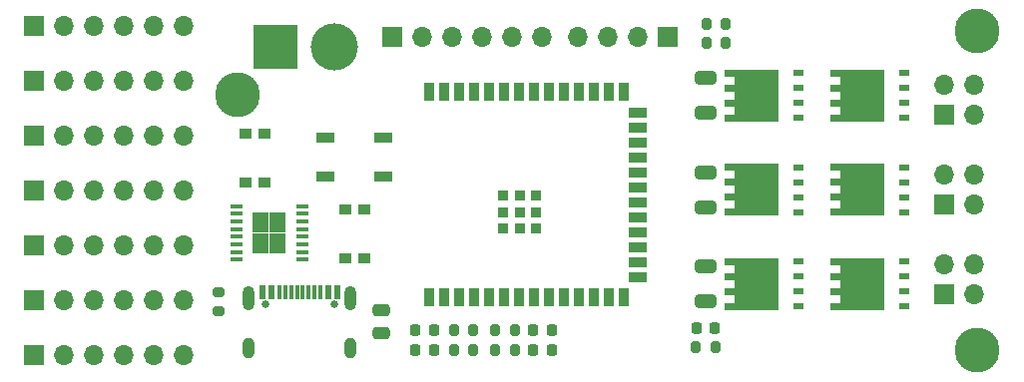
<source format=gbr>
%TF.GenerationSoftware,KiCad,Pcbnew,7.0.7*%
%TF.CreationDate,2023-10-21T19:04:04-04:00*%
%TF.ProjectId,xESC2,78455343-322e-46b6-9963-61645f706362,rev?*%
%TF.SameCoordinates,Original*%
%TF.FileFunction,Soldermask,Top*%
%TF.FilePolarity,Negative*%
%FSLAX46Y46*%
G04 Gerber Fmt 4.6, Leading zero omitted, Abs format (unit mm)*
G04 Created by KiCad (PCBNEW 7.0.7) date 2023-10-21 19:04:04*
%MOMM*%
%LPD*%
G01*
G04 APERTURE LIST*
G04 Aperture macros list*
%AMRoundRect*
0 Rectangle with rounded corners*
0 $1 Rounding radius*
0 $2 $3 $4 $5 $6 $7 $8 $9 X,Y pos of 4 corners*
0 Add a 4 corners polygon primitive as box body*
4,1,4,$2,$3,$4,$5,$6,$7,$8,$9,$2,$3,0*
0 Add four circle primitives for the rounded corners*
1,1,$1+$1,$2,$3*
1,1,$1+$1,$4,$5*
1,1,$1+$1,$6,$7*
1,1,$1+$1,$8,$9*
0 Add four rect primitives between the rounded corners*
20,1,$1+$1,$2,$3,$4,$5,0*
20,1,$1+$1,$4,$5,$6,$7,0*
20,1,$1+$1,$6,$7,$8,$9,0*
20,1,$1+$1,$8,$9,$2,$3,0*%
%AMFreePoly0*
4,1,17,2.675000,1.605000,1.875000,1.605000,1.875000,0.935000,2.675000,0.935000,2.675000,0.335000,1.875000,0.335000,1.875000,-0.335000,2.675000,-0.335000,2.675000,-0.935000,1.875000,-0.935000,1.875000,-1.605000,2.675000,-1.605000,2.675000,-2.205000,-1.875000,-2.205000,-1.875000,2.205000,2.675000,2.205000,2.675000,1.605000,2.675000,1.605000,$1*%
G04 Aperture macros list end*
%ADD10RoundRect,0.250000X0.475000X-0.250000X0.475000X0.250000X-0.475000X0.250000X-0.475000X-0.250000X0*%
%ADD11C,3.800000*%
%ADD12C,2.600000*%
%ADD13RoundRect,0.218750X-0.218750X-0.256250X0.218750X-0.256250X0.218750X0.256250X-0.218750X0.256250X0*%
%ADD14RoundRect,0.200000X0.200000X0.275000X-0.200000X0.275000X-0.200000X-0.275000X0.200000X-0.275000X0*%
%ADD15RoundRect,0.200000X-0.200000X-0.275000X0.200000X-0.275000X0.200000X0.275000X-0.200000X0.275000X0*%
%ADD16RoundRect,0.218750X0.218750X0.256250X-0.218750X0.256250X-0.218750X-0.256250X0.218750X-0.256250X0*%
%ADD17R,1.700000X1.700000*%
%ADD18O,1.700000X1.700000*%
%ADD19R,3.800000X3.800000*%
%ADD20C,4.000000*%
%ADD21RoundRect,0.249999X0.650001X-0.325001X0.650001X0.325001X-0.650001X0.325001X-0.650001X-0.325001X0*%
%ADD22FreePoly0,180.000000*%
%ADD23R,0.850000X0.500000*%
%ADD24R,1.000000X0.900000*%
%ADD25R,0.900000X1.500000*%
%ADD26R,1.500000X0.900000*%
%ADD27R,0.900000X0.900000*%
%ADD28C,0.650000*%
%ADD29R,0.600000X1.150000*%
%ADD30R,0.300000X1.150000*%
%ADD31O,1.000000X2.100000*%
%ADD32O,1.000000X1.800000*%
%ADD33RoundRect,0.200000X0.275000X-0.200000X0.275000X0.200000X-0.275000X0.200000X-0.275000X-0.200000X0*%
%ADD34R,1.050000X0.450000*%
%ADD35R,1.470000X0.895000*%
G04 APERTURE END LIST*
D10*
%TO.C,C19*%
X226550000Y-130550000D03*
X226550000Y-128650000D03*
%TD*%
D11*
%TO.C,H4*%
X277050000Y-132050000D03*
D12*
X277050000Y-132050000D03*
%TD*%
D11*
%TO.C,H3*%
X277050000Y-104950000D03*
D12*
X277050000Y-104950000D03*
%TD*%
D11*
%TO.C,H2*%
X214300000Y-110350000D03*
D12*
X214300000Y-110350000D03*
%TD*%
D13*
%TO.C,D4*%
X229412500Y-132000000D03*
X230987500Y-132000000D03*
%TD*%
D14*
%TO.C,R42*%
X236175000Y-132000000D03*
X237825000Y-132000000D03*
%TD*%
D15*
%TO.C,R38*%
X232675000Y-132000000D03*
X234325000Y-132000000D03*
%TD*%
D14*
%TO.C,R37*%
X237825000Y-130300000D03*
X236175000Y-130300000D03*
%TD*%
D16*
%TO.C,D5*%
X239412500Y-132000000D03*
X240987500Y-132000000D03*
%TD*%
%TO.C,D3*%
X240987500Y-130300000D03*
X239412500Y-130300000D03*
%TD*%
D17*
%TO.C,J10*%
X197090000Y-113800000D03*
D18*
X199630000Y-113800000D03*
X202170000Y-113800000D03*
X204710000Y-113800000D03*
X207250000Y-113800000D03*
X209790000Y-113800000D03*
%TD*%
D17*
%TO.C,J9*%
X197090000Y-118450000D03*
D18*
X199630000Y-118450000D03*
X202170000Y-118450000D03*
X204710000Y-118450000D03*
X207250000Y-118450000D03*
X209790000Y-118450000D03*
%TD*%
D17*
%TO.C,J4*%
X197090000Y-123100000D03*
D18*
X199630000Y-123100000D03*
X202170000Y-123100000D03*
X204710000Y-123100000D03*
X207250000Y-123100000D03*
X209790000Y-123100000D03*
%TD*%
D17*
%TO.C,J11*%
X197090000Y-109150000D03*
D18*
X199630000Y-109150000D03*
X202170000Y-109150000D03*
X204710000Y-109150000D03*
X207250000Y-109150000D03*
X209790000Y-109150000D03*
%TD*%
D17*
%TO.C,J3*%
X197090000Y-127750000D03*
D18*
X199630000Y-127750000D03*
X202170000Y-127750000D03*
X204710000Y-127750000D03*
X207250000Y-127750000D03*
X209790000Y-127750000D03*
%TD*%
D17*
%TO.C,J2*%
X197090000Y-132400000D03*
D18*
X199630000Y-132400000D03*
X202170000Y-132400000D03*
X204710000Y-132400000D03*
X207250000Y-132400000D03*
X209790000Y-132400000D03*
%TD*%
D17*
%TO.C,J12*%
X197090000Y-104500000D03*
D18*
X199630000Y-104500000D03*
X202170000Y-104500000D03*
X204710000Y-104500000D03*
X207250000Y-104500000D03*
X209790000Y-104500000D03*
%TD*%
D17*
%TO.C,J1*%
X227480000Y-105400000D03*
D18*
X230020000Y-105400000D03*
X232560000Y-105400000D03*
X235100000Y-105400000D03*
X237640000Y-105400000D03*
X240180000Y-105400000D03*
%TD*%
D17*
%TO.C,J15*%
X250840000Y-105400000D03*
D18*
X248300000Y-105400000D03*
X245760000Y-105400000D03*
X243220000Y-105400000D03*
%TD*%
D19*
%TO.C,J13*%
X217500000Y-106300000D03*
D20*
X222500000Y-106300000D03*
%TD*%
D15*
%TO.C,R16*%
X253215000Y-131760000D03*
X254865000Y-131760000D03*
%TD*%
D13*
%TO.C,D2*%
X253252500Y-130160000D03*
X254827500Y-130160000D03*
%TD*%
D14*
%TO.C,R39*%
X255725000Y-105900000D03*
X254075000Y-105900000D03*
%TD*%
D15*
%TO.C,R40*%
X254075000Y-104300000D03*
X255725000Y-104300000D03*
%TD*%
D21*
%TO.C,C1*%
X254000000Y-127875000D03*
X254000000Y-124925000D03*
%TD*%
%TO.C,C2*%
X254000000Y-119875000D03*
X254000000Y-116925000D03*
%TD*%
D22*
%TO.C,Q1*%
X258350000Y-126400000D03*
D23*
X261900000Y-128305000D03*
X261900000Y-127035000D03*
X261900000Y-125765000D03*
X261900000Y-124495000D03*
%TD*%
D22*
%TO.C,Q3*%
X258350000Y-118400000D03*
D23*
X261900000Y-120305000D03*
X261900000Y-119035000D03*
X261900000Y-117765000D03*
X261900000Y-116495000D03*
%TD*%
D22*
%TO.C,Q5*%
X258350000Y-110400000D03*
D23*
X261900000Y-112305000D03*
X261900000Y-111035000D03*
X261900000Y-109765000D03*
X261900000Y-108495000D03*
%TD*%
D22*
%TO.C,Q6*%
X267350000Y-110400000D03*
D23*
X270900000Y-112305000D03*
X270900000Y-111035000D03*
X270900000Y-109765000D03*
X270900000Y-108495000D03*
%TD*%
D22*
%TO.C,Q4*%
X267350000Y-118400000D03*
D23*
X270900000Y-120305000D03*
X270900000Y-119035000D03*
X270900000Y-117765000D03*
X270900000Y-116495000D03*
%TD*%
D22*
%TO.C,Q2*%
X267350000Y-126400000D03*
D23*
X270900000Y-128305000D03*
X270900000Y-127035000D03*
X270900000Y-125765000D03*
X270900000Y-124495000D03*
%TD*%
D21*
%TO.C,C3*%
X254000000Y-111875000D03*
X254000000Y-108925000D03*
%TD*%
D24*
%TO.C,SW3*%
X225100000Y-120100000D03*
X225100000Y-124200000D03*
X223500000Y-120100000D03*
X223500000Y-124200000D03*
%TD*%
D25*
%TO.C,U8*%
X230540000Y-127565000D03*
X231810000Y-127565000D03*
X233080000Y-127565000D03*
X234350000Y-127565000D03*
X235620000Y-127565000D03*
X236890000Y-127565000D03*
X238160000Y-127565000D03*
X239430000Y-127565000D03*
X240700000Y-127565000D03*
X241970000Y-127565000D03*
X243240000Y-127565000D03*
X244510000Y-127565000D03*
X245780000Y-127565000D03*
X247050000Y-127565000D03*
D26*
X248300000Y-125800000D03*
X248300000Y-124530000D03*
X248300000Y-123260000D03*
X248300000Y-121990000D03*
X248300000Y-120720000D03*
X248300000Y-119450000D03*
X248300000Y-118180000D03*
X248300000Y-116910000D03*
X248300000Y-115640000D03*
X248300000Y-114370000D03*
X248300000Y-113100000D03*
X248300000Y-111830000D03*
D25*
X247050000Y-110065000D03*
X245780000Y-110065000D03*
X244510000Y-110065000D03*
X243240000Y-110065000D03*
X241970000Y-110065000D03*
X240700000Y-110065000D03*
X239430000Y-110065000D03*
X238160000Y-110065000D03*
X236890000Y-110065000D03*
X235620000Y-110065000D03*
X234350000Y-110065000D03*
X233080000Y-110065000D03*
X231810000Y-110065000D03*
X230540000Y-110065000D03*
D27*
X236860000Y-121715000D03*
X238260000Y-121715000D03*
X239660000Y-121715000D03*
X236860000Y-120315000D03*
X238260000Y-120315000D03*
X239660000Y-120315000D03*
X236860000Y-118915000D03*
X238260000Y-118915000D03*
X239660000Y-118915000D03*
%TD*%
D24*
%TO.C,SW1*%
X216600000Y-113650000D03*
X216600000Y-117750000D03*
X215000000Y-113650000D03*
X215000000Y-117750000D03*
%TD*%
D26*
%TO.C,IC4*%
X221800000Y-114000000D03*
X221800000Y-117300000D03*
X226700000Y-117300000D03*
X226700000Y-114000000D03*
%TD*%
D28*
%TO.C,J14*%
X216720000Y-128150000D03*
X222500000Y-128150000D03*
D29*
X216410000Y-127075000D03*
X217210000Y-127075000D03*
D30*
X218360000Y-127075000D03*
X219360000Y-127075000D03*
X219860000Y-127075000D03*
X220860000Y-127075000D03*
D29*
X222010000Y-127075000D03*
X222810000Y-127075000D03*
X222810000Y-127075000D03*
X222010000Y-127075000D03*
D30*
X221360000Y-127075000D03*
X220360000Y-127075000D03*
X218860000Y-127075000D03*
X217860000Y-127075000D03*
D29*
X217210000Y-127075000D03*
X216410000Y-127075000D03*
D31*
X215290000Y-127650000D03*
D32*
X215290000Y-131830000D03*
D31*
X223930000Y-127650000D03*
D32*
X223930000Y-131830000D03*
%TD*%
D33*
%TO.C,R31*%
X212750000Y-128725000D03*
X212750000Y-127075000D03*
%TD*%
D34*
%TO.C,IC1*%
X219790000Y-124332500D03*
X219790000Y-123682500D03*
X219790000Y-123032500D03*
X219790000Y-122382500D03*
X219790000Y-121732500D03*
X219790000Y-121082500D03*
X219790000Y-120432500D03*
X219790000Y-119782500D03*
X214240000Y-119782500D03*
X214240000Y-120432500D03*
X214240000Y-121082500D03*
X214240000Y-121732500D03*
X214240000Y-122382500D03*
X214240000Y-123032500D03*
X214240000Y-123682500D03*
X214240000Y-124332500D03*
D35*
X217750000Y-123400000D03*
X217750000Y-122505000D03*
X217750000Y-121610000D03*
X217750000Y-120715000D03*
X216280000Y-123400000D03*
X216280000Y-122505000D03*
X216280000Y-121610000D03*
X216280000Y-120715000D03*
%TD*%
D13*
%TO.C,D1*%
X229412500Y-130300000D03*
X230987500Y-130300000D03*
%TD*%
D15*
%TO.C,R32*%
X232675000Y-130300000D03*
X234325000Y-130300000D03*
%TD*%
D17*
%TO.C,J8*%
X274240000Y-112050000D03*
D18*
X276780000Y-112050000D03*
X274240000Y-109510000D03*
X276780000Y-109510000D03*
%TD*%
D17*
%TO.C,J7*%
X274240000Y-119670000D03*
D18*
X276780000Y-119670000D03*
X274240000Y-117130000D03*
X276780000Y-117130000D03*
%TD*%
D17*
%TO.C,J6*%
X274240000Y-127290000D03*
D18*
X276780000Y-127290000D03*
X274240000Y-124750000D03*
X276780000Y-124750000D03*
%TD*%
M02*

</source>
